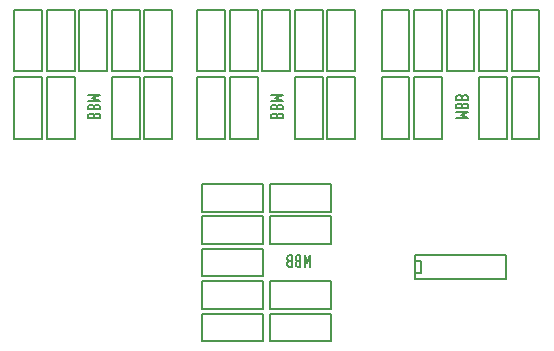
<source format=gbr>
%FSLAX34Y34*%
%MOMM*%
%LNSILK_BOTTOM*%
G71*
G01*
%ADD10C, 0.150*%
%ADD11C, 0.200*%
%ADD12C, 0.175*%
%LPD*%
G54D10*
X380000Y-432000D02*
X380000Y-412000D01*
X457200Y-412000D01*
X457200Y-432000D01*
X380000Y-432000D01*
G54D10*
X380000Y-427000D02*
X380000Y-417000D01*
X385000Y-417000D01*
X385000Y-427000D01*
X380000Y-427000D01*
G54D11*
X64669Y-204081D02*
X64669Y-255919D01*
X41131Y-255919D01*
X41131Y-204081D01*
X64669Y-204081D01*
G54D11*
X92169Y-204081D02*
X92169Y-255919D01*
X68631Y-255919D01*
X68631Y-204081D01*
X92169Y-204081D01*
G54D11*
X119669Y-204081D02*
X119669Y-255919D01*
X96131Y-255919D01*
X96131Y-204081D01*
X119669Y-204081D01*
G54D11*
X147169Y-204081D02*
X147169Y-255919D01*
X123631Y-255919D01*
X123631Y-204081D01*
X147169Y-204081D01*
G54D11*
X174669Y-204081D02*
X174669Y-255919D01*
X151131Y-255919D01*
X151131Y-204081D01*
X174669Y-204081D01*
G54D11*
X64669Y-261581D02*
X64669Y-313419D01*
X41131Y-313419D01*
X41131Y-261581D01*
X64669Y-261581D01*
G54D11*
X92169Y-261581D02*
X92169Y-313419D01*
X68631Y-313419D01*
X68631Y-261581D01*
X92169Y-261581D01*
G54D11*
X147169Y-261581D02*
X147169Y-313419D01*
X123631Y-313419D01*
X123631Y-261581D01*
X147169Y-261581D01*
G54D11*
X174669Y-261581D02*
X174669Y-313419D01*
X151131Y-313419D01*
X151131Y-261581D01*
X174669Y-261581D01*
G54D12*
X103541Y-296056D02*
X113319Y-296056D01*
X113319Y-293612D01*
X112708Y-292634D01*
X111485Y-292145D01*
X110263Y-292145D01*
X109041Y-292634D01*
X108430Y-293612D01*
X107819Y-292634D01*
X106597Y-292145D01*
X105374Y-292145D01*
X104152Y-292634D01*
X103541Y-293612D01*
X103541Y-296056D01*
G54D12*
X108430Y-296056D02*
X108430Y-293612D01*
G54D12*
X103541Y-288723D02*
X113319Y-288723D01*
X113319Y-286279D01*
X112708Y-285301D01*
X111485Y-284812D01*
X110263Y-284812D01*
X109041Y-285301D01*
X108430Y-286279D01*
X107819Y-285301D01*
X106597Y-284812D01*
X105374Y-284812D01*
X104152Y-285301D01*
X103541Y-286279D01*
X103541Y-288723D01*
G54D12*
X108430Y-288723D02*
X108430Y-286279D01*
G54D12*
X103541Y-281390D02*
X113319Y-281390D01*
X107208Y-278946D01*
X113319Y-276501D01*
X103541Y-276501D01*
G54D11*
X219669Y-204081D02*
X219669Y-255919D01*
X196131Y-255919D01*
X196131Y-204081D01*
X219669Y-204081D01*
G54D11*
X247169Y-204081D02*
X247169Y-255919D01*
X223631Y-255919D01*
X223631Y-204081D01*
X247169Y-204081D01*
G54D11*
X274669Y-204081D02*
X274669Y-255919D01*
X251131Y-255919D01*
X251131Y-204081D01*
X274669Y-204081D01*
G54D11*
X302169Y-204081D02*
X302169Y-255919D01*
X278631Y-255919D01*
X278631Y-204081D01*
X302169Y-204081D01*
G54D11*
X329669Y-204081D02*
X329669Y-255919D01*
X306131Y-255919D01*
X306131Y-204081D01*
X329669Y-204081D01*
G54D11*
X219669Y-261581D02*
X219669Y-313419D01*
X196131Y-313419D01*
X196131Y-261581D01*
X219669Y-261581D01*
G54D11*
X247169Y-261581D02*
X247169Y-313419D01*
X223631Y-313419D01*
X223631Y-261581D01*
X247169Y-261581D01*
G54D11*
X302169Y-261581D02*
X302169Y-313419D01*
X278631Y-313419D01*
X278631Y-261581D01*
X302169Y-261581D01*
G54D11*
X329669Y-261581D02*
X329669Y-313419D01*
X306131Y-313419D01*
X306131Y-261581D01*
X329669Y-261581D01*
G54D12*
X258541Y-296056D02*
X268319Y-296056D01*
X268319Y-293612D01*
X267708Y-292634D01*
X266485Y-292145D01*
X265263Y-292145D01*
X264041Y-292634D01*
X263430Y-293612D01*
X262819Y-292634D01*
X261597Y-292145D01*
X260374Y-292145D01*
X259152Y-292634D01*
X258541Y-293612D01*
X258541Y-296056D01*
G54D12*
X263430Y-296056D02*
X263430Y-293612D01*
G54D12*
X258541Y-288723D02*
X268319Y-288723D01*
X268319Y-286279D01*
X267708Y-285301D01*
X266485Y-284812D01*
X265263Y-284812D01*
X264041Y-285301D01*
X263430Y-286279D01*
X262819Y-285301D01*
X261597Y-284812D01*
X260374Y-284812D01*
X259152Y-285301D01*
X258541Y-286279D01*
X258541Y-288723D01*
G54D12*
X263430Y-288723D02*
X263430Y-286279D01*
G54D12*
X258541Y-281390D02*
X268319Y-281390D01*
X262208Y-278946D01*
X268319Y-276501D01*
X258541Y-276501D01*
G54D11*
X199831Y-461581D02*
X251669Y-461581D01*
X251669Y-485119D01*
X199831Y-485119D01*
X199831Y-461581D01*
G54D11*
X199831Y-434081D02*
X251669Y-434081D01*
X251669Y-457619D01*
X199831Y-457619D01*
X199831Y-434081D01*
G54D11*
X199831Y-406581D02*
X251669Y-406581D01*
X251669Y-430119D01*
X199831Y-430119D01*
X199831Y-406581D01*
G54D11*
X199831Y-379081D02*
X251669Y-379081D01*
X251669Y-402619D01*
X199831Y-402619D01*
X199831Y-379081D01*
G54D11*
X199831Y-351581D02*
X251669Y-351581D01*
X251669Y-375119D01*
X199831Y-375119D01*
X199831Y-351581D01*
G54D11*
X257331Y-461581D02*
X309169Y-461581D01*
X309169Y-485119D01*
X257331Y-485119D01*
X257331Y-461581D01*
G54D11*
X257331Y-434081D02*
X309169Y-434081D01*
X309169Y-457619D01*
X257331Y-457619D01*
X257331Y-434081D01*
G54D11*
X257331Y-379081D02*
X309169Y-379081D01*
X309169Y-402619D01*
X257331Y-402619D01*
X257331Y-379081D01*
G54D11*
X257331Y-351581D02*
X309169Y-351581D01*
X309169Y-375119D01*
X257331Y-375119D01*
X257331Y-351581D01*
G54D12*
X291694Y-422042D02*
X291694Y-412264D01*
X289250Y-418375D01*
X286806Y-412264D01*
X286806Y-422042D01*
G54D12*
X283384Y-422042D02*
X283384Y-412264D01*
X280939Y-412264D01*
X279961Y-412875D01*
X279472Y-414098D01*
X279472Y-415320D01*
X279961Y-416542D01*
X280939Y-417153D01*
X279961Y-417764D01*
X279472Y-418986D01*
X279472Y-420209D01*
X279961Y-421431D01*
X280939Y-422042D01*
X283384Y-422042D01*
G54D12*
X283384Y-417153D02*
X280939Y-417153D01*
G54D12*
X276050Y-422042D02*
X276050Y-412264D01*
X273606Y-412264D01*
X272628Y-412875D01*
X272139Y-414098D01*
X272139Y-415320D01*
X272628Y-416542D01*
X273606Y-417153D01*
X272628Y-417764D01*
X272139Y-418986D01*
X272139Y-420209D01*
X272628Y-421431D01*
X273606Y-422042D01*
X276050Y-422042D01*
G54D12*
X276050Y-417153D02*
X273606Y-417153D01*
G54D11*
X375669Y-204081D02*
X375669Y-255919D01*
X352131Y-255919D01*
X352131Y-204081D01*
X375669Y-204081D01*
G54D11*
X403169Y-204081D02*
X403169Y-255919D01*
X379631Y-255919D01*
X379631Y-204081D01*
X403169Y-204081D01*
G54D11*
X430669Y-204081D02*
X430669Y-255919D01*
X407131Y-255919D01*
X407131Y-204081D01*
X430669Y-204081D01*
G54D11*
X458169Y-204081D02*
X458169Y-255919D01*
X434631Y-255919D01*
X434631Y-204081D01*
X458169Y-204081D01*
G54D11*
X485669Y-204081D02*
X485669Y-255919D01*
X462131Y-255919D01*
X462131Y-204081D01*
X485669Y-204081D01*
G54D11*
X375669Y-261581D02*
X375669Y-313419D01*
X352131Y-313419D01*
X352131Y-261581D01*
X375669Y-261581D01*
G54D11*
X403169Y-261581D02*
X403169Y-313419D01*
X379631Y-313419D01*
X379631Y-261581D01*
X403169Y-261581D01*
G54D11*
X458169Y-261581D02*
X458169Y-313419D01*
X434631Y-313419D01*
X434631Y-261581D01*
X458169Y-261581D01*
G54D11*
X485669Y-261581D02*
X485669Y-313419D01*
X462131Y-313419D01*
X462131Y-261581D01*
X485669Y-261581D01*
G54D12*
X415208Y-295945D02*
X424986Y-295945D01*
X418875Y-293500D01*
X424986Y-291056D01*
X415208Y-291056D01*
G54D12*
X415208Y-287634D02*
X424986Y-287634D01*
X424986Y-285189D01*
X424375Y-284211D01*
X423152Y-283722D01*
X421930Y-283722D01*
X420708Y-284211D01*
X420097Y-285189D01*
X419486Y-284211D01*
X418264Y-283722D01*
X417041Y-283722D01*
X415819Y-284211D01*
X415208Y-285189D01*
X415208Y-287634D01*
G54D12*
X420097Y-287634D02*
X420097Y-285189D01*
G54D12*
X415208Y-280300D02*
X424986Y-280300D01*
X424986Y-277856D01*
X424375Y-276878D01*
X423152Y-276389D01*
X421930Y-276389D01*
X420708Y-276878D01*
X420097Y-277856D01*
X419486Y-276878D01*
X418264Y-276389D01*
X417041Y-276389D01*
X415819Y-276878D01*
X415208Y-277856D01*
X415208Y-280300D01*
G54D12*
X420097Y-280300D02*
X420097Y-277856D01*
M02*

</source>
